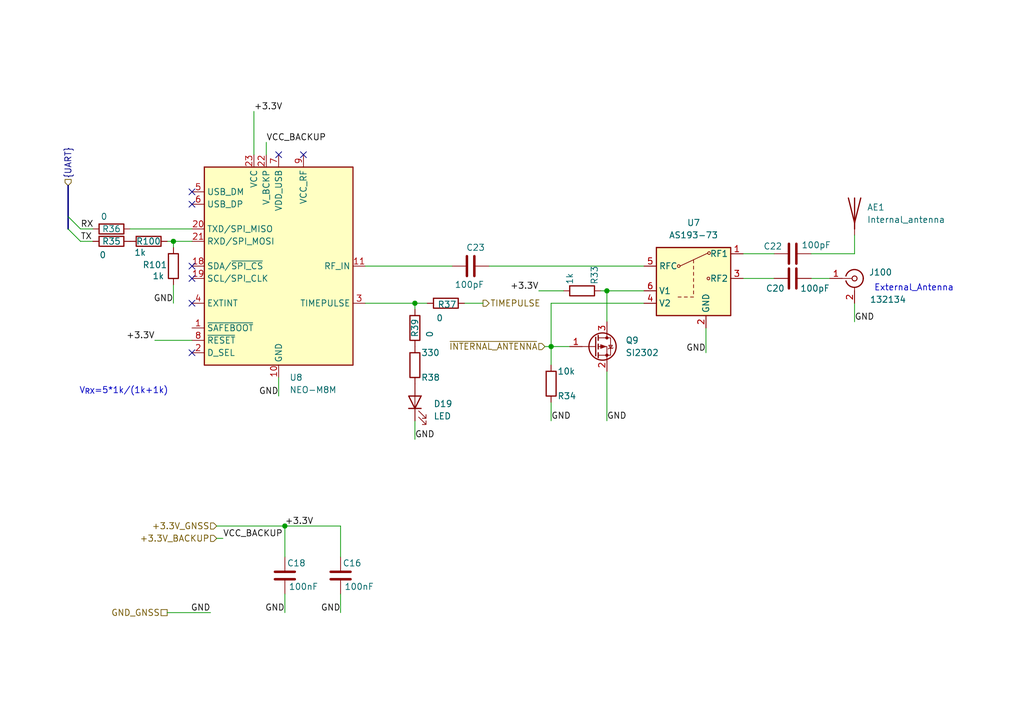
<source format=kicad_sch>
(kicad_sch (version 20231120) (generator "eeschema") (generator_version "8.0")
  (paper "A5")
  (title_block (title "GNSS Receiver") (date "2024-04-17") (rev "1.0"))
  (lib_symbols
    (symbol "Connector:Conn_Coaxial" (pin_names (offset 1.016) hide)
      (property "Reference" "J" (at 0.254 3.048 0))
      (property "Value" "Conn_Coaxial" (at 2.921 0 90))
      (symbol "Conn_Coaxial_0_1"
        (arc (start -1.778 -0.508) (mid 0.2311 -1.8066) (end 1.778 0) (stroke (width 0.254)))
        (polyline (pts (xy -2.54 0) (xy -0.508 0)))
        (polyline (pts (xy 0 -2.54) (xy 0 -1.778)))
        (circle (center 0 0) (radius 0.508) (stroke (width 0.2032)))
        (arc (start 1.778 0) (mid 0.2099 1.8101) (end -1.778 0.508) (stroke (width 0.254)))
      )
      (symbol "Conn_Coaxial_1_1"
        (pin passive line (at -5.08 0 0) (length 2.54) (name "In") (number "1"))
        (pin passive line (at 0 -5.08 90) (length 2.54) (name "Ext") (number "2"))
      )
    )
    (symbol "Device:Antenna" (pin_numbers hide) (pin_names (offset 1.016) hide)
      (property "Reference" "AE" (at -1.905 1.905 0))
      (property "Value" "Antenna" (at -1.905 0 0))
      (symbol "Antenna_0_1"
        (polyline (pts (xy 0 2.54) (xy 0 -3.81)) (stroke (width 0.254)))
        (polyline (pts (xy 1.27 2.54) (xy 0 -2.54) (xy -1.27 2.54)) (stroke (width 0.254)))
      )
      (symbol "Antenna_1_1"
        (pin input line (at 0 -5.08 90) (length 2.54) (name "A") (number "1"))
      )
    )
    (symbol "Device:C" (pin_numbers hide) (pin_names (offset 0.254))
      (property "Reference" "C" (at 0.635 2.54 0))
      (property "Value" "C" (at 0.635 -2.54 0))
      (symbol "C_0_1"
        (polyline (pts (xy -2.032 -0.762) (xy 2.032 -0.762)) (stroke (width 0.508)))
        (polyline (pts (xy -2.032 0.762) (xy 2.032 0.762)) (stroke (width 0.508)))
      )
      (symbol "C_1_1"
        (pin passive line (at 0 3.81 270) (length 2.794) (name "~") (number "1"))
        (pin passive line (at 0 -3.81 90) (length 2.794) (name "~") (number "2"))
      )
    )
    (symbol "Device:LED" (pin_numbers hide) (pin_names (offset 1.016) hide)
      (property "Reference" "D" (at 0 2.54 0))
      (property "Value" "LED" (at 0 -2.54 0))
      (symbol "LED_0_1"
        (polyline (pts (xy -1.27 -1.27) (xy -1.27 1.27)) (stroke (width 0.254)))
        (polyline (pts (xy -1.27 0) (xy 1.27 0)))
        (polyline (pts (xy 1.27 -1.27) (xy 1.27 1.27) (xy -1.27 0) (xy 1.27 -1.27)) (stroke (width 0.254)))
        (polyline (pts (xy -3.048 -0.762) (xy -4.572 -2.286) (xy -3.81 -2.286) (xy -4.572 -2.286) (xy -4.572 -1.524)))
        (polyline (pts (xy -1.778 -0.762) (xy -3.302 -2.286) (xy -2.54 -2.286) (xy -3.302 -2.286) (xy -3.302 -1.524)))
      )
      (symbol "LED_1_1"
        (pin passive line (at -3.81 0 0) (length 2.54) (name "K") (number "1"))
        (pin passive line (at 3.81 0 180) (length 2.54) (name "A") (number "2"))
      )
    )
    (symbol "Device:R" (pin_numbers hide) (pin_names (offset 0))
      (property "Reference" "R" (at 2.032 0 90))
      (property "Value" "R" (at 0 0 90))
      (symbol "R_0_1"
        (rectangle (start -1.016 -2.54) (end 1.016 2.54) (stroke (width 0.254)))
      )
      (symbol "R_1_1"
        (pin passive line (at 0 3.81 270) (length 1.27) (name "~") (number "1"))
        (pin passive line (at 0 -3.81 90) (length 1.27) (name "~") (number "2"))
      )
    )
    (symbol "NEO-M8M_1"
      (property "Reference" "U" (at -13.97 21.59 0))
      (property "Value" "NEO-M8M" (at 11.43 21.59 0))
      (symbol "NEO-M8M_1_0_1"
        (rectangle (start -15.24 20.32) (end 15.24 -20.32) (stroke (width 0.254)) (fill (type background)))
      )
      (symbol "NEO-M8M_1_1_1"
        (pin input line (at -17.78 -12.7 0) (length 2.54) (name "~{SAFEBOOT}") (number "1"))
        (pin power_in line (at 0 -22.86 90) (length 2.54) (name "GND") (number "10"))
        (pin input line (at 17.78 0 180) (length 2.54) (name "RF_IN") (number "11"))
        (pin passive line (at 0 -22.86 90) (length 2.54) hide (name "GND") (number "12"))
        (pin passive line (at 0 -22.86 90) (length 2.54) hide (name "GND") (number "13"))
        (pin no_connect line (at 15.24 -10.16 180) (length 2.54) hide (name "RESERVED") (number "14"))
        (pin no_connect line (at 15.24 -12.7 180) (length 2.54) hide (name "RESERVED") (number "15"))
        (pin no_connect line (at 15.24 -15.24 180) (length 2.54) hide (name "RESERVED") (number "16"))
        (pin no_connect line (at 15.24 -17.78 180) (length 2.54) hide (name "RESERVED") (number "17"))
        (pin bidirectional line (at -17.78 0 0) (length 2.54) (name "SDA/~{SPI_CS}") (number "18"))
        (pin input line (at -17.78 -2.54 0) (length 2.54) (name "SCL/SPI_CLK") (number "19"))
        (pin input line (at -17.78 -17.78 0) (length 2.54) (name "D_SEL") (number "2"))
        (pin output line (at -17.78 7.62 0) (length 2.54) (name "TXD/SPI_MISO") (number "20"))
        (pin input line (at -17.78 5.08 0) (length 2.54) (name "RXD/SPI_MOSI") (number "21"))
        (pin power_in line (at -2.54 22.86 270) (length 2.54) (name "V_BCKP") (number "22"))
        (pin power_in line (at -5.08 22.86 270) (length 2.54) (name "VCC") (number "23"))
        (pin passive line (at 0 -22.86 90) (length 2.54) hide (name "GND") (number "24"))
        (pin output line (at 17.78 -7.62 180) (length 2.54) (name "TIMEPULSE") (number "3"))
        (pin input line (at -17.78 -7.62 0) (length 2.54) (name "EXTINT") (number "4"))
        (pin bidirectional line (at -17.78 15.24 0) (length 2.54) (name "USB_DM") (number "5"))
        (pin bidirectional line (at -17.78 12.7 0) (length 2.54) (name "USB_DP") (number "6"))
        (pin power_in line (at 0 22.86 270) (length 2.54) (name "VDD_USB") (number "7"))
        (pin input line (at -17.78 -15.24 0) (length 2.54) (name "~{RESET}") (number "8"))
        (pin power_out line (at 5.08 22.86 270) (length 2.54) (name "VCC_RF") (number "9"))
      )
    )
    (symbol "RF_Switch:MASWSS0179"
      (property "Reference" "U" (at -7.62 7.62 0))
      (property "Value" "MASWSS0179" (at 3.81 7.62 0))
      (symbol "MASWSS0179_0_1"
        (circle (center -3.048 2.54) (radius 0.2794))
        (polyline (pts (xy -3.175 -3.81) (xy -2.54 -3.81)))
        (polyline (pts (xy -2.794 2.54) (xy 2.921 5.207)))
        (polyline (pts (xy -1.905 -3.81) (xy -1.27 -3.81)))
        (polyline (pts (xy -0.635 -3.81) (xy 0 -3.81)))
        (polyline (pts (xy 0 -3.175) (xy 0 -2.54)))
        (polyline (pts (xy 0 -1.905) (xy 0 -1.27)))
        (polyline (pts (xy 0 -0.635) (xy 0 0)))
        (polyline (pts (xy 0 0.635) (xy 0 1.27)))
        (polyline (pts (xy 0 1.905) (xy 0 2.54)))
        (polyline (pts (xy 0 3.175) (xy 0 3.81)))
        (circle (center 3.048 0) (radius 0.2794))
        (circle (center 3.175 5.207) (radius 0.2794))
        (rectangle (start 7.62 -7.62) (end -7.62 6.35) (stroke (width 0.254)) (fill (type background)))
      )
      (symbol "MASWSS0179_1_1"
        (pin passive line (at 10.16 5.08 180) (length 2.54) (name "RF1") (number "1"))
        (pin power_in line (at 2.54 -10.16 90) (length 2.54) (name "GND") (number "2"))
        (pin passive line (at 10.16 0 180) (length 2.54) (name "RF2") (number "3"))
        (pin input line (at -10.16 -5.08 0) (length 2.54) (name "V2") (number "4"))
        (pin passive line (at -10.16 2.54 0) (length 2.54) (name "RFC") (number "5"))
        (pin input line (at -10.16 -2.54 0) (length 2.54) (name "V1") (number "6"))
      )
    )
    (symbol "Transistor_FET:Si2319CDS" (pin_names hide)
      (property "Reference" "Q" (at 5.08 1.905 0))
      (property "Value" "Si2319CDS" (at 5.08 0 0))
      (symbol "Si2319CDS_0_1"
        (polyline (pts (xy 0.254 0) (xy -2.54 0)))
        (polyline (pts (xy 0.254 1.905) (xy 0.254 -1.905)) (stroke (width 0.254)))
        (polyline (pts (xy 0.762 -1.27) (xy 0.762 -2.286)) (stroke (width 0.254)))
        (polyline (pts (xy 0.762 0.508) (xy 0.762 -0.508)) (stroke (width 0.254)))
        (polyline (pts (xy 0.762 2.286) (xy 0.762 1.27)) (stroke (width 0.254)))
        (polyline (pts (xy 2.54 2.54) (xy 2.54 1.778)))
        (polyline (pts (xy 2.54 -2.54) (xy 2.54 0) (xy 0.762 0)))
        (polyline (pts (xy 0.762 1.778) (xy 3.302 1.778) (xy 3.302 -1.778) (xy 0.762 -1.778)))
        (polyline (pts (xy 2.286 0) (xy 1.27 0.381) (xy 1.27 -0.381) (xy 2.286 0)) (fill (type outline)))
        (polyline (pts (xy 2.794 -0.508) (xy 2.921 -0.381) (xy 3.683 -0.381) (xy 3.81 -0.254)))
        (polyline (pts (xy 3.302 -0.381) (xy 2.921 0.254) (xy 3.683 0.254) (xy 3.302 -0.381)))
        (circle (center 1.651 0) (radius 2.794) (stroke (width 0.254)))
        (circle (center 2.54 -1.778) (radius 0.254) (fill (type outline)))
        (circle (center 2.54 1.778) (radius 0.254) (fill (type outline)))
      )
      (symbol "Si2319CDS_1_1"
        (pin input line (at -5.08 0 0) (length 2.54) (name "G") (number "1"))
        (pin passive line (at 2.54 -5.08 90) (length 2.54) (name "S") (number "2"))
        (pin passive line (at 2.54 5.08 270) (length 2.54) (name "D") (number "3"))
      )
    )
  )
  (junction (at 124.46 59.69))
  (junction (at 85.09 62.23))
  (junction (at 58.42 107.95))
  (junction (at 113.03 71.12))
  (junction (at 35.56 49.53))
  (no_connect (at 39.37 57.15))
  (no_connect (at 39.37 62.23))
  (no_connect (at 39.37 54.61))
  (no_connect (at 39.37 41.91))
  (no_connect (at 57.15 31.75))
  (no_connect (at 62.23 31.75))
  (no_connect (at 39.37 72.39))
  (no_connect (at 39.37 39.37))
  (bus_entry (at 13.97 44.45) (size 2.54 2.54))
  (bus_entry (at 13.97 46.99) (size 2.54 2.54))
  (wire (pts (xy 16.51 46.99) (xy 19.05 46.99)))
  (wire (pts (xy 124.46 76.2) (xy 124.46 86.36)))
  (wire (pts (xy 34.29 125.73) (xy 43.18 125.73)))
  (wire (pts (xy 69.85 107.95) (xy 58.42 107.95)))
  (wire (pts (xy 124.46 59.69) (xy 123.19 59.69)))
  (wire (pts (xy 152.4 57.15) (xy 158.75 57.15)))
  (wire (pts (xy 132.08 59.69) (xy 124.46 59.69)))
  (wire (pts (xy 132.08 62.23) (xy 113.03 62.23)))
  (wire (pts (xy 85.09 62.23) (xy 85.09 63.5)))
  (wire (pts (xy 85.09 62.23) (xy 87.63 62.23)))
  (wire (pts (xy 166.37 52.07) (xy 175.26 52.07)))
  (wire (pts (xy 113.03 71.12) (xy 111.76 71.12)))
  (wire (pts (xy 144.78 67.31) (xy 144.78 72.39)))
  (wire (pts (xy 57.15 77.47) (xy 57.15 81.28)))
  (wire (pts (xy 35.56 49.53) (xy 39.37 49.53)))
  (wire (pts (xy 175.26 52.07) (xy 175.26 48.26)))
  (wire (pts (xy 115.57 59.69) (xy 110.49 59.69)))
  (wire (pts (xy 124.46 59.69) (xy 124.46 66.04)))
  (wire (pts (xy 116.84 71.12) (xy 113.03 71.12)))
  (wire (pts (xy 95.25 62.23) (xy 99.06 62.23)))
  (wire (pts (xy 152.4 52.07) (xy 158.75 52.07)))
  (wire (pts (xy 69.85 114.3) (xy 69.85 107.95)))
  (wire (pts (xy 26.67 46.99) (xy 39.37 46.99)))
  (wire (pts (xy 44.45 107.95) (xy 58.42 107.95)))
  (wire (pts (xy 113.03 71.12) (xy 113.03 62.23)))
  (wire (pts (xy 35.56 58.42) (xy 35.56 62.23)))
  (wire (pts (xy 166.37 57.15) (xy 170.18 57.15)))
  (wire (pts (xy 34.29 49.53) (xy 35.56 49.53)))
  (wire (pts (xy 175.26 62.23) (xy 175.26 66.04)))
  (wire (pts (xy 35.56 49.53) (xy 35.56 50.8)))
  (wire (pts (xy 54.61 29.21) (xy 54.61 31.75)))
  (wire (pts (xy 58.42 114.3) (xy 58.42 107.95)))
  (wire (pts (xy 31.75 69.85) (xy 39.37 69.85)))
  (wire (pts (xy 113.03 82.55) (xy 113.03 86.36)))
  (wire (pts (xy 100.33 54.61) (xy 132.08 54.61)))
  (wire (pts (xy 74.93 54.61) (xy 92.71 54.61)))
  (wire (pts (xy 85.09 86.36) (xy 85.09 90.17)))
  (wire (pts (xy 113.03 71.12) (xy 113.03 74.93)))
  (wire (pts (xy 16.51 49.53) (xy 19.05 49.53)))
  (bus (pts (xy 13.97 44.45) (xy 13.97 46.99)))
  (wire (pts (xy 58.42 121.92) (xy 58.42 125.73)))
  (wire (pts (xy 52.07 22.86) (xy 52.07 31.75)))
  (wire (pts (xy 44.45 110.49) (xy 45.72 110.49)))
  (wire (pts (xy 74.93 62.23) (xy 85.09 62.23)))
  (bus (pts (xy 13.97 38.1) (xy 13.97 44.45)))
  (wire (pts (xy 69.85 121.92) (xy 69.85 125.73)))
  (text "External_Antenna\n" (at 187.452 59.182 0) (effects (font (size 1.27 1.27))))
  (text "V_{RX}=5*${a52a78e2-18e3-4ec6-8d46-591b24bd5bd1:VALUE}/(${a52a78e2-18e3-4ec6-8d46-591b24bd5bd1:VALUE}+${f5d83104-4b79-4b80-ade9-bfd7c6659042:VALUE})" (at 25.4 80.264 0) (effects (font (size 1.27 1.27))))
  (label "VCC_BACKUP" (at 45.72 110.49 0))
  (label "+3.3V" (at 110.49 59.69 180))
  (label "GND" (at 43.18 125.73 180))
  (label "GND" (at 58.42 125.73 180))
  (label "TX" (at 16.51 49.53 0))
  (label "GND" (at 144.78 72.39 180))
  (label "GND" (at 85.09 90.17 0))
  (label "VCC_BACKUP" (at 54.61 29.21 0))
  (label "+3.3V" (at 31.75 69.85 180))
  (label "GND" (at 175.26 66.04 0))
  (label "GND" (at 113.03 86.36 0))
  (label "+3.3V" (at 52.07 22.86 0))
  (label "GND" (at 35.56 62.23 180))
  (label "+3.3V" (at 58.42 107.95 0))
  (label "GND" (at 69.85 125.73 180))
  (label "GND" (at 57.15 81.28 180))
  (label "RX" (at 16.51 46.99 0))
  (label "GND" (at 124.46 86.36 0))
  (hierarchical_label "+3.3V_GNSS" (shape input) (at 44.45 107.95 180))
  (hierarchical_label "GND_GNSS" (shape passive) (at 34.29 125.73 180))
  (hierarchical_label "~{INTERNAL_ANTENNA}" (shape input) (at 111.76 71.12 180))
  (hierarchical_label "+3.3V_BACKUP" (shape input) (at 44.45 110.49 180))
  (hierarchical_label "{UART}" (shape input) (at 13.97 38.1 90))
  (hierarchical_label "TIMEPULSE" (shape output) (at 99.06 62.23 0))
  (symbol (lib_id "Device:R") (at 91.44 62.23 90) (unit 1)
    (property "Reference" "R37" (at 91.694 62.484 90))
    (property "Value" "0" (at 90.17 65.278 90))
    (property "Footprint" "Resistor_SMD:R_0603_1608Metric" (effects (hide yes)))
  )
  (symbol (lib_id "Device:C") (at 69.85 118.11 180) (unit 1)
    (property "Reference" "C16" (at 74.168 115.57 0) (effects (justify left)))
    (property "Value" "100nF" (at 76.708 120.396 0) (effects (justify left)))
    (property "Footprint" "Capacitor_SMD:C_0603_1608Metric" (effects (hide yes)))
  )
  (symbol (lib_id "Device:C") (at 96.52 54.61 270) (unit 1)
    (property "Reference" "C23" (at 97.536 50.8 90))
    (property "Value" "100pF" (at 96.266 58.42 90))
    (property "Footprint" "Capacitor_SMD:C_0603_1608Metric" (effects (hide yes)))
    (property "Description" "Unpolarized capacitor" (effects (hide yes)))
  )
  (symbol (lib_id "Device:C") (at 162.56 52.07 270) (mirror x) (unit 1)
    (property "Reference" "C22" (at 158.496 50.546 90))
    (property "Value" "100pF" (at 167.386 50.292 90))
    (property "Footprint" "Capacitor_SMD:C_0603_1608Metric" (effects (hide yes)))
    (property "Description" "Unpolarized capacitor" (effects (hide yes)))
  )
  (symbol (lib_id "Device:R") (at 22.86 46.99 90) (unit 1)
    (property "Reference" "R36" (at 22.86 46.99 90))
    (property "Value" "0" (at 21.336 44.45 90))
    (property "Footprint" "Resistor_SMD:R_0603_1608Metric" (effects (hide yes)))
  )
  (symbol (lib_id "Device:R") (at 119.38 59.69 270) (mirror x) (unit 1)
    (property "Reference" "R33" (at 121.92 58.42 0) (effects (justify left)))
    (property "Value" "1k" (at 116.84 58.42 0) (effects (justify left)))
    (property "Footprint" "Resistor_SMD:R_0603_1608Metric" (effects (hide yes)))
  )
  (symbol (lib_id "Device:R") (at 22.86 49.53 90) (unit 1)
    (property "Reference" "R35" (at 22.86 49.53 90))
    (property "Value" "0" (at 21.082 52.324 90))
    (property "Footprint" "Resistor_SMD:R_0603_1608Metric" (effects (hide yes)))
  )
  (symbol (lib_id "Device:R") (at 113.03 78.74 0) (mirror x) (unit 1)
    (property "Reference" "R34" (at 114.3 81.28 0) (effects (justify left)))
    (property "Value" "10k" (at 114.3 76.2 0) (effects (justify left)))
    (property "Footprint" "Resistor_SMD:R_0603_1608Metric" (effects (hide yes)))
  )
  (symbol (lib_id "Device:C") (at 58.42 118.11 180) (unit 1)
    (property "Reference" "C18" (at 62.738 115.57 0) (effects (justify left)))
    (property "Value" "100nF" (at 65.278 120.396 0) (effects (justify left)))
    (property "Footprint" "Capacitor_SMD:C_0603_1608Metric" (effects (hide yes)))
  )
  (symbol (lib_id "Device:R") (at 85.09 67.31 180) (unit 1)
    (property "Reference" "R39" (at 85.09 67.31 90))
    (property "Value" "0" (at 88.138 68.58 90))
    (property "Footprint" "Resistor_SMD:R_0603_1608Metric" (effects (hide yes)))
  )
  (symbol (lib_id "Device:R") (at 35.56 54.61 0) (unit 1)
    (property "Reference" "R101" (at 29.21 54.356 0) (effects (justify left)))
    (property "Value" "1k" (at 31.242 56.642 0) (effects (justify left)))
    (property "Footprint" "Resistor_SMD:R_0603_1608Metric" (effects (hide yes)))
  )
  (symbol (lib_id "Transistor_FET:Si2319CDS") (at 121.92 71.12 0) (unit 1)
    (property "Reference" "Q9" (at 128.27 69.8499 0) (effects (justify left)))
    (property "Value" "SI2302" (at 128.27 72.3899 0) (effects (justify left)))
    (property "Footprint" "Package_TO_SOT_SMD:SOT-23" (effects (hide yes)))
    (property "Datasheet" "http://www.vishay.com/docs/66709/si2319cd.pdf" (effects (hide yes)))
    (property "Description" "-4.4A Id, -40V Vds, P-Channel MOSFET, SOT-23" (effects (hide yes)))
  )
  (symbol (lib_id "RF_Switch:MASWSS0179") (at 142.24 57.15 0) (unit 1)
    (property "Reference" "U7" (at 142.24 45.72 0))
    (property "Value" "AS193-73" (at 142.24 48.26 0))
    (property "Footprint" "Package_TO_SOT_SMD:SOT-23-6" (effects (hide yes)))
    (property "Datasheet" "https://cdn.macom.com/datasheets/MASWSS0179.pdf" (effects (hide yes)))
    (property "Description" "Macom GaAs RF SPDT switch, DC-2GHz, 0.6/22dB loss/isolation, SOT-26 (SOT-23-6)" (effects (hide yes)))
  )
  (symbol (lib_name "NEO-M8M_1") (lib_id "RF_GPS:NEO-M8M") (at 57.15 54.61 0) (unit 1)
    (property "Reference" "U8" (at 59.3441 77.47 0) (effects (justify left)))
    (property "Value" "NEO-M8M" (at 59.3441 80.01 0) (effects (justify left)))
    (property "Footprint" "RF_GPS:ublox_NEO" (effects (hide yes)))
    (property "Datasheet" "https://content.u-blox.com/sites/default/files/NEO-M8-FW3_DataSheet_UBX-15031086.pdf" (effects (hide yes)))
    (property "Description" "GNSS Module NEO M8, VCC 2.7V to 3.6V" (effects (hide yes)))
  )
  (symbol (lib_id "Device:Antenna") (at 175.26 43.18 0) (mirror y) (unit 1)
    (property "Reference" "AE1" (at 177.8 42.5449 0) (effects (justify right)))
    (property "Value" "Internal_antenna" (at 177.8 45.0849 0) (effects (justify right)))
    (property "Footprint" "MountingHole:MountingHole_2.2mm_M2_DIN965_Pad" (effects (hide yes)))
    (property "Description" "Antenna" (effects (hide yes)))
  )
  (symbol (lib_id "Device:R") (at 85.09 74.93 0) (mirror x) (unit 1)
    (property "Reference" "R38" (at 86.36 77.47 0) (effects (justify left)))
    (property "Value" "330" (at 86.36 72.39 0) (effects (justify left)))
    (property "Footprint" "Resistor_SMD:R_0603_1608Metric" (effects (hide yes)))
  )
  (symbol (lib_id "Device:C") (at 162.56 57.15 270) (mirror x) (unit 1)
    (property "Reference" "C20" (at 159.004 59.182 90))
    (property "Value" "100pF" (at 167.132 59.182 90))
    (property "Footprint" "Capacitor_SMD:C_0603_1608Metric" (effects (hide yes)))
    (property "Description" "Unpolarized capacitor" (effects (hide yes)))
  )
  (symbol (lib_id "Device:LED") (at 85.09 82.55 90) (unit 1)
    (property "Reference" "D19" (at 88.9 82.8674 90) (effects (justify right)))
    (property "Value" "LED" (at 88.9 85.4074 90) (effects (justify right)))
    (property "Footprint" "LED_SMD:LED_0603_1608Metric" (effects (hide yes)))
    (property "Description" "Light emitting diode" (effects (hide yes)))
  )
  (symbol (lib_id "Device:R") (at 30.48 49.53 90) (unit 1)
    (property "Reference" "R100" (at 33.02 49.53 90) (effects (justify left)))
    (property "Value" "1k" (at 29.972 51.816 90) (effects (justify left)))
    (property "Footprint" "Resistor_SMD:R_0603_1608Metric" (effects (hide yes)))
  )
  (symbol (lib_id "Connector:Conn_Coaxial") (at 175.26 57.15 0) (unit 1)
    (property "Reference" "J100" (at 180.594 55.88 0))
    (property "Value" "132134" (at 182.118 61.468 0))
    (property "Footprint" "Connector_Coaxial:SMA_Molex_73251-1153_EdgeMount_Horizontal" (effects (hide yes)))
    (property "Datasheet" " ~" (effects (hide yes)))
  )
)
</source>
